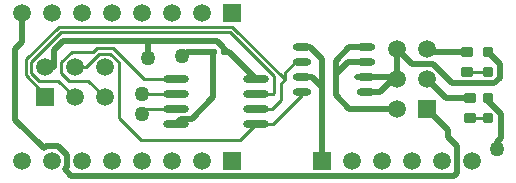
<source format=gtl>
G04 Layer_Physical_Order=1*
G04 Layer_Color=255*
%FSLAX43Y43*%
%MOMM*%
G71*
G01*
G75*
G04:AMPARAMS|DCode=10|XSize=1mm|YSize=0.9mm|CornerRadius=0.113mm|HoleSize=0mm|Usage=FLASHONLY|Rotation=0.000|XOffset=0mm|YOffset=0mm|HoleType=Round|Shape=RoundedRectangle|*
%AMROUNDEDRECTD10*
21,1,1.000,0.675,0,0,0.0*
21,1,0.775,0.900,0,0,0.0*
1,1,0.225,0.388,-0.338*
1,1,0.225,-0.388,-0.338*
1,1,0.225,-0.388,0.338*
1,1,0.225,0.388,0.338*
%
%ADD10ROUNDEDRECTD10*%
G04:AMPARAMS|DCode=11|XSize=0.8mm|YSize=0.8mm|CornerRadius=0.1mm|HoleSize=0mm|Usage=FLASHONLY|Rotation=90.000|XOffset=0mm|YOffset=0mm|HoleType=Round|Shape=RoundedRectangle|*
%AMROUNDEDRECTD11*
21,1,0.800,0.600,0,0,90.0*
21,1,0.600,0.800,0,0,90.0*
1,1,0.200,0.300,0.300*
1,1,0.200,0.300,-0.300*
1,1,0.200,-0.300,-0.300*
1,1,0.200,-0.300,0.300*
%
%ADD11ROUNDEDRECTD11*%
%ADD12O,1.600X0.600*%
%ADD13O,2.200X0.600*%
G04:AMPARAMS|DCode=14|XSize=0.5mm|YSize=0.6mm|CornerRadius=0.05mm|HoleSize=0mm|Usage=FLASHONLY|Rotation=90.000|XOffset=0mm|YOffset=0mm|HoleType=Round|Shape=RoundedRectangle|*
%AMROUNDEDRECTD14*
21,1,0.500,0.500,0,0,90.0*
21,1,0.400,0.600,0,0,90.0*
1,1,0.100,0.250,0.200*
1,1,0.100,0.250,-0.200*
1,1,0.100,-0.250,-0.200*
1,1,0.100,-0.250,0.200*
%
%ADD14ROUNDEDRECTD14*%
%ADD15C,0.500*%
%ADD16C,0.250*%
%ADD17R,1.500X1.500*%
%ADD18C,1.500*%
%ADD19R,1.500X1.500*%
%ADD20C,1.270*%
D10*
X39000Y11225D02*
D03*
Y9525D02*
D03*
X39250Y7350D02*
D03*
Y5650D02*
D03*
D11*
X40750Y11225D02*
D03*
Y9525D02*
D03*
Y7350D02*
D03*
Y5650D02*
D03*
D12*
X30450Y7845D02*
D03*
Y9115D02*
D03*
Y10385D02*
D03*
Y11655D02*
D03*
X25050Y7845D02*
D03*
Y9115D02*
D03*
Y10385D02*
D03*
Y11655D02*
D03*
D13*
X14350Y8905D02*
D03*
Y7635D02*
D03*
Y6365D02*
D03*
Y5095D02*
D03*
X21150Y8905D02*
D03*
Y7635D02*
D03*
Y6365D02*
D03*
Y5095D02*
D03*
D14*
X18500Y11250D02*
D03*
X17500D02*
D03*
D15*
X37875Y750D02*
X38130Y1005D01*
X5500Y750D02*
X37875D01*
X4939Y1311D02*
X5500Y750D01*
X29030Y11655D02*
X30450D01*
X27875Y10500D02*
X29030Y11655D01*
X29710Y9125D02*
X32625D01*
X25720Y11655D02*
X26750Y10625D01*
X41325Y8575D02*
X41750Y9000D01*
Y10225D01*
X40750Y11225D02*
X41750Y10225D01*
X35625Y8915D02*
X37190Y7350D01*
X33085Y8915D02*
Y11455D01*
X29039Y6375D02*
X33085D01*
X33035Y8865D02*
X33085Y8915D01*
X38130Y1005D02*
Y3250D01*
X37375Y4005D02*
X38130Y3250D01*
X12000Y12125D02*
X17853D01*
X9302D02*
X12000D01*
Y10750D02*
Y12125D01*
X1320Y12070D02*
Y14500D01*
X750Y11500D02*
X1320Y12070D01*
X750Y5500D02*
Y11500D01*
Y5500D02*
X3171Y3079D01*
X18300Y11602D02*
X18653Y11250D01*
X4040Y9915D02*
Y11412D01*
X18300Y11602D02*
Y11678D01*
X17853Y12125D02*
X18300Y11678D01*
X9262Y12165D02*
X9302Y12125D01*
X4793Y12165D02*
X9262D01*
X4040Y11412D02*
X4793Y12165D01*
X3250Y9915D02*
X4040D01*
X14350Y5095D02*
X14820Y5565D01*
X15691D01*
X17500Y7374D01*
Y11250D01*
X18653D02*
X18805D01*
X21150Y8905D01*
X14875Y10875D02*
X15250Y11250D01*
X17500D01*
X4939Y1311D02*
X5110Y1482D01*
Y2518D01*
X4378Y3250D02*
X5110Y2518D01*
X3342Y3250D02*
X4378D01*
X3171Y3079D02*
X3342Y3250D01*
X31605Y7845D02*
X32625Y8865D01*
X37375Y4005D02*
Y4625D01*
X35625Y6375D02*
X36375Y5625D01*
X37190Y7350D02*
X39250D01*
X35855Y11225D02*
X39000D01*
X35625Y11455D02*
X35855Y11225D01*
X37733Y8575D02*
X41325D01*
X36143Y10165D02*
X37733Y8575D01*
X34375Y10165D02*
X36143D01*
X33085Y11455D02*
X34375Y10165D01*
X40750Y7099D02*
Y7350D01*
X35625Y6375D02*
X37375Y4625D01*
X25000Y9125D02*
X25875D01*
X26750Y8250D01*
Y10625D01*
X27875Y7539D02*
Y10500D01*
Y7539D02*
X29039Y6375D01*
X26720Y2000D02*
Y8220D01*
X26750Y8250D01*
X27875Y9375D02*
X28885Y10385D01*
X30450D01*
Y7845D02*
X31605D01*
X41500Y3000D02*
Y3600D01*
X41875Y3975D01*
Y5974D01*
X40750Y7099D02*
X41875Y5974D01*
D16*
X23622Y9497D02*
X24260Y10135D01*
X23622Y8895D02*
Y9497D01*
X39250Y5650D02*
X40750D01*
X39000Y9525D02*
X40750D01*
X1625Y10588D02*
X4412Y13375D01*
X1625Y9242D02*
X3371Y7496D01*
X2125Y10381D02*
X4619Y12875D01*
X2125Y9449D02*
X2784Y8790D01*
X1625Y9242D02*
Y10588D01*
X2125Y9449D02*
Y10381D01*
X11500Y6000D02*
X11500Y6000D01*
X11865Y6365D01*
X14350D01*
X8796Y11040D02*
X9500Y10336D01*
Y5625D02*
Y10336D01*
Y5625D02*
X11375Y3750D01*
X19805D01*
X11490Y7635D02*
X14350D01*
X19805Y3750D02*
X21150Y5095D01*
X18935Y12875D02*
X22625Y9185D01*
X4619Y12875D02*
X18935D01*
X4412Y13375D02*
X19142D01*
X23622Y8895D01*
X9003Y11540D02*
X11638Y8905D01*
X7657Y11540D02*
X9003D01*
X7367Y11250D02*
X7657Y11540D01*
X7864Y11040D02*
X8796D01*
X6739Y9915D02*
X7864Y11040D01*
X5534Y11250D02*
X7367D01*
X4665Y10381D02*
X5534Y11250D01*
X23250Y8520D02*
X23625Y8895D01*
X2784Y8790D02*
X4375D01*
X5324D02*
X6915D01*
X8330Y7375D01*
X4375Y8790D02*
X5790Y7375D01*
X21150Y7635D02*
X22551D01*
X22625Y7709D01*
Y9185D01*
X5790Y7375D02*
X6050Y7635D01*
X11638Y8905D02*
X14350D01*
X4665Y9449D02*
Y10381D01*
Y9449D02*
X5324Y8790D01*
X5790Y9915D02*
X6739D01*
X22550Y5095D02*
X25050Y7595D01*
X21150Y5095D02*
X22550D01*
X23250Y7125D02*
Y8520D01*
X22490Y6365D02*
X23250Y7125D01*
X21150Y6365D02*
X22490D01*
D17*
X19100Y2000D02*
D03*
X26720D02*
D03*
X3250Y7375D02*
D03*
X19100Y14500D02*
D03*
D18*
X16560Y2000D02*
D03*
X14020D02*
D03*
X11480D02*
D03*
X8940D02*
D03*
X6400D02*
D03*
X3860D02*
D03*
X1320D02*
D03*
X33085Y6375D02*
D03*
X35625Y8915D02*
D03*
X33085D02*
D03*
X35625Y11455D02*
D03*
X33085D02*
D03*
X29260Y2000D02*
D03*
X31800D02*
D03*
X34340D02*
D03*
X36880D02*
D03*
X39420D02*
D03*
X3250Y9915D02*
D03*
X5790Y7375D02*
D03*
Y9915D02*
D03*
X8330Y7375D02*
D03*
Y9915D02*
D03*
X16560Y14500D02*
D03*
X14020D02*
D03*
X11480D02*
D03*
X8940D02*
D03*
X6400D02*
D03*
X3860D02*
D03*
X1320D02*
D03*
D19*
X35625Y6375D02*
D03*
D20*
X12000Y10750D02*
D03*
X11500Y6000D02*
D03*
X11490Y7635D02*
D03*
X14875Y10875D02*
D03*
X41500Y3000D02*
D03*
M02*

</source>
